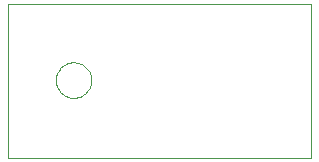
<source format=gbp>
G75*
G70*
%OFA0B0*%
%FSLAX24Y24*%
%IPPOS*%
%LPD*%
%AMOC8*
5,1,8,0,0,1.08239X$1,22.5*
%
%ADD10C,0.0000*%
D10*
X000101Y000381D02*
X000101Y005527D01*
X010221Y005527D01*
X010221Y000381D01*
X000101Y000381D01*
X001710Y002981D02*
X001712Y003029D01*
X001718Y003077D01*
X001728Y003124D01*
X001741Y003170D01*
X001759Y003215D01*
X001779Y003259D01*
X001804Y003301D01*
X001832Y003340D01*
X001862Y003377D01*
X001896Y003411D01*
X001933Y003443D01*
X001971Y003472D01*
X002012Y003497D01*
X002055Y003519D01*
X002100Y003537D01*
X002146Y003551D01*
X002193Y003562D01*
X002241Y003569D01*
X002289Y003572D01*
X002337Y003571D01*
X002385Y003566D01*
X002433Y003557D01*
X002479Y003545D01*
X002524Y003528D01*
X002568Y003508D01*
X002610Y003485D01*
X002650Y003458D01*
X002688Y003428D01*
X002723Y003395D01*
X002755Y003359D01*
X002785Y003321D01*
X002811Y003280D01*
X002833Y003237D01*
X002853Y003193D01*
X002868Y003148D01*
X002880Y003101D01*
X002888Y003053D01*
X002892Y003005D01*
X002892Y002957D01*
X002888Y002909D01*
X002880Y002861D01*
X002868Y002814D01*
X002853Y002769D01*
X002833Y002725D01*
X002811Y002682D01*
X002785Y002641D01*
X002755Y002603D01*
X002723Y002567D01*
X002688Y002534D01*
X002650Y002504D01*
X002610Y002477D01*
X002568Y002454D01*
X002524Y002434D01*
X002479Y002417D01*
X002433Y002405D01*
X002385Y002396D01*
X002337Y002391D01*
X002289Y002390D01*
X002241Y002393D01*
X002193Y002400D01*
X002146Y002411D01*
X002100Y002425D01*
X002055Y002443D01*
X002012Y002465D01*
X001971Y002490D01*
X001933Y002519D01*
X001896Y002551D01*
X001862Y002585D01*
X001832Y002622D01*
X001804Y002661D01*
X001779Y002703D01*
X001759Y002747D01*
X001741Y002792D01*
X001728Y002838D01*
X001718Y002885D01*
X001712Y002933D01*
X001710Y002981D01*
M02*

</source>
